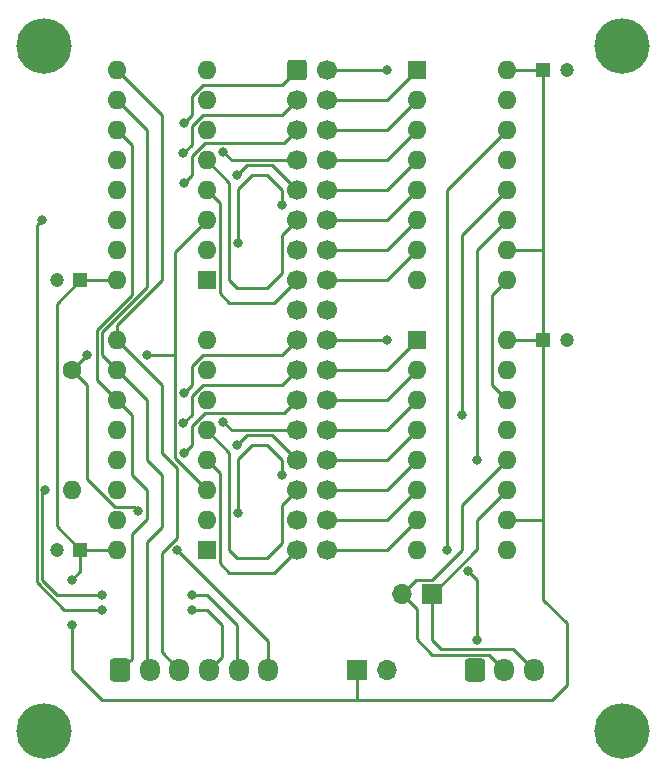
<source format=gbr>
%TF.GenerationSoftware,KiCad,Pcbnew,(7.0.0)*%
%TF.CreationDate,2023-03-24T15:25:03-07:00*%
%TF.ProjectId,tiaan_fsr_exp,74696161-6e5f-4667-9372-5f6578702e6b,rev?*%
%TF.SameCoordinates,Original*%
%TF.FileFunction,Copper,L1,Top*%
%TF.FilePolarity,Positive*%
%FSLAX46Y46*%
G04 Gerber Fmt 4.6, Leading zero omitted, Abs format (unit mm)*
G04 Created by KiCad (PCBNEW (7.0.0)) date 2023-03-24 15:25:03*
%MOMM*%
%LPD*%
G01*
G04 APERTURE LIST*
G04 Aperture macros list*
%AMRoundRect*
0 Rectangle with rounded corners*
0 $1 Rounding radius*
0 $2 $3 $4 $5 $6 $7 $8 $9 X,Y pos of 4 corners*
0 Add a 4 corners polygon primitive as box body*
4,1,4,$2,$3,$4,$5,$6,$7,$8,$9,$2,$3,0*
0 Add four circle primitives for the rounded corners*
1,1,$1+$1,$2,$3*
1,1,$1+$1,$4,$5*
1,1,$1+$1,$6,$7*
1,1,$1+$1,$8,$9*
0 Add four rect primitives between the rounded corners*
20,1,$1+$1,$2,$3,$4,$5,0*
20,1,$1+$1,$4,$5,$6,$7,0*
20,1,$1+$1,$6,$7,$8,$9,0*
20,1,$1+$1,$8,$9,$2,$3,0*%
G04 Aperture macros list end*
%TA.AperFunction,ComponentPad*%
%ADD10R,1.200000X1.200000*%
%TD*%
%TA.AperFunction,ComponentPad*%
%ADD11C,1.200000*%
%TD*%
%TA.AperFunction,ComponentPad*%
%ADD12R,1.700000X1.700000*%
%TD*%
%TA.AperFunction,ComponentPad*%
%ADD13O,1.700000X1.700000*%
%TD*%
%TA.AperFunction,ComponentPad*%
%ADD14C,1.600000*%
%TD*%
%TA.AperFunction,ComponentPad*%
%ADD15O,1.600000X1.600000*%
%TD*%
%TA.AperFunction,ComponentPad*%
%ADD16RoundRect,0.250000X-0.600000X-0.725000X0.600000X-0.725000X0.600000X0.725000X-0.600000X0.725000X0*%
%TD*%
%TA.AperFunction,ComponentPad*%
%ADD17O,1.700000X1.950000*%
%TD*%
%TA.AperFunction,ComponentPad*%
%ADD18C,4.700000*%
%TD*%
%TA.AperFunction,ComponentPad*%
%ADD19RoundRect,0.250000X-0.600000X-0.600000X0.600000X-0.600000X0.600000X0.600000X-0.600000X0.600000X0*%
%TD*%
%TA.AperFunction,ComponentPad*%
%ADD20C,1.700000*%
%TD*%
%TA.AperFunction,ComponentPad*%
%ADD21R,1.600000X1.600000*%
%TD*%
%TA.AperFunction,ViaPad*%
%ADD22C,0.800000*%
%TD*%
%TA.AperFunction,Conductor*%
%ADD23C,0.250000*%
%TD*%
G04 APERTURE END LIST*
D10*
%TO.P,C4,1*%
%TO.N,VCC*%
X136619999Y-76199999D03*
D11*
%TO.P,C4,2*%
%TO.N,GND*%
X134620000Y-76200000D03*
%TD*%
D10*
%TO.P,C2,1*%
%TO.N,VCC*%
X175799999Y-58419999D03*
D11*
%TO.P,C2,2*%
%TO.N,GND*%
X177800000Y-58420000D03*
%TD*%
D12*
%TO.P,J3,1,Pin_1*%
%TO.N,VCC*%
X160019999Y-86359999D03*
D13*
%TO.P,J3,2,Pin_2*%
%TO.N,GND*%
X162559999Y-86359999D03*
%TD*%
D14*
%TO.P,R1,1*%
%TO.N,Net-(J1-Pin_6)*%
X135890000Y-60960000D03*
D15*
%TO.P,R1,2*%
%TO.N,GND*%
X135889999Y-71119999D03*
%TD*%
D16*
%TO.P,J2,1,Pin_1*%
%TO.N,Net-(J2-Pin_1)*%
X170000000Y-86360000D03*
D17*
%TO.P,J2,2,Pin_2*%
%TO.N,Net-(J2-Pin_2)*%
X172499999Y-86359999D03*
%TO.P,J2,3,Pin_3*%
%TO.N,Net-(J2-Pin_3)*%
X174999999Y-86359999D03*
%TD*%
D18*
%TO.P,H1,1*%
%TO.N,N/C*%
X182500000Y-33500000D03*
%TD*%
%TO.P,H3,1*%
%TO.N,N/C*%
X133500000Y-91500000D03*
%TD*%
%TO.P,H4,1*%
%TO.N,N/C*%
X133500000Y-33500000D03*
%TD*%
D19*
%TO.P,J4,1,Pin_1*%
%TO.N,Net-(J4-Pin_1)*%
X154940000Y-35560000D03*
D20*
%TO.P,J4,2,Pin_2*%
%TO.N,Net-(J4-Pin_2)*%
X157480000Y-35560000D03*
%TO.P,J4,3,Pin_3*%
%TO.N,Net-(J4-Pin_3)*%
X154940000Y-38100000D03*
%TO.P,J4,4,Pin_4*%
%TO.N,Net-(J4-Pin_4)*%
X157480000Y-38100000D03*
%TO.P,J4,5,Pin_5*%
%TO.N,Net-(J4-Pin_5)*%
X154940000Y-40640000D03*
%TO.P,J4,6,Pin_6*%
%TO.N,Net-(J4-Pin_6)*%
X157480000Y-40640000D03*
%TO.P,J4,7,Pin_7*%
%TO.N,Net-(J4-Pin_7)*%
X154940000Y-43180000D03*
%TO.P,J4,8,Pin_8*%
%TO.N,Net-(J4-Pin_8)*%
X157480000Y-43180000D03*
%TO.P,J4,9,Pin_9*%
%TO.N,Net-(J4-Pin_9)*%
X154940000Y-45720000D03*
%TO.P,J4,10,Pin_10*%
%TO.N,Net-(J4-Pin_10)*%
X157480000Y-45720000D03*
%TO.P,J4,11,Pin_11*%
%TO.N,Net-(J4-Pin_11)*%
X154940000Y-48260000D03*
%TO.P,J4,12,Pin_12*%
%TO.N,Net-(J4-Pin_12)*%
X157480000Y-48260000D03*
%TO.P,J4,13,Pin_13*%
%TO.N,Net-(J4-Pin_13)*%
X154940000Y-50800000D03*
%TO.P,J4,14,Pin_14*%
%TO.N,Net-(J4-Pin_14)*%
X157480000Y-50800000D03*
%TO.P,J4,15,Pin_15*%
%TO.N,Net-(J4-Pin_15)*%
X154940000Y-53340000D03*
%TO.P,J4,16,Pin_16*%
%TO.N,Net-(J4-Pin_16)*%
X157480000Y-53340000D03*
%TO.P,J4,17,Pin_17*%
%TO.N,unconnected-(J4-Pin_17-Pad17)*%
X154940000Y-55880000D03*
%TO.P,J4,18,Pin_18*%
%TO.N,unconnected-(J4-Pin_18-Pad18)*%
X157480000Y-55880000D03*
%TO.P,J4,19,Pin_19*%
%TO.N,Net-(J4-Pin_19)*%
X154940000Y-58420000D03*
%TO.P,J4,20,Pin_20*%
%TO.N,Net-(J4-Pin_20)*%
X157480000Y-58420000D03*
%TO.P,J4,21,Pin_21*%
%TO.N,Net-(J4-Pin_21)*%
X154940000Y-60960000D03*
%TO.P,J4,22,Pin_22*%
%TO.N,Net-(J4-Pin_22)*%
X157480000Y-60960000D03*
%TO.P,J4,23,Pin_23*%
%TO.N,Net-(J4-Pin_23)*%
X154940000Y-63500000D03*
%TO.P,J4,24,Pin_24*%
%TO.N,Net-(J4-Pin_24)*%
X157480000Y-63500000D03*
%TO.P,J4,25,Pin_25*%
%TO.N,Net-(J4-Pin_25)*%
X154940000Y-66040000D03*
%TO.P,J4,26,Pin_26*%
%TO.N,Net-(J4-Pin_26)*%
X157480000Y-66040000D03*
%TO.P,J4,27,Pin_27*%
%TO.N,Net-(J4-Pin_27)*%
X154940000Y-68580000D03*
%TO.P,J4,28,Pin_28*%
%TO.N,Net-(J4-Pin_28)*%
X157480000Y-68580000D03*
%TO.P,J4,29,Pin_29*%
%TO.N,Net-(J4-Pin_29)*%
X154940000Y-71120000D03*
%TO.P,J4,30,Pin_30*%
%TO.N,Net-(J4-Pin_30)*%
X157480000Y-71120000D03*
%TO.P,J4,31,Pin_31*%
%TO.N,Net-(J4-Pin_31)*%
X154940000Y-73660000D03*
%TO.P,J4,32,Pin_32*%
%TO.N,Net-(J4-Pin_32)*%
X157480000Y-73660000D03*
%TO.P,J4,33,Pin_33*%
%TO.N,Net-(J4-Pin_33)*%
X154940000Y-76200000D03*
%TO.P,J4,34,Pin_34*%
%TO.N,Net-(J4-Pin_34)*%
X157480000Y-76200000D03*
%TD*%
D21*
%TO.P,MUX1,1,A4*%
%TO.N,Net-(J4-Pin_9)*%
X147319999Y-53339999D03*
D15*
%TO.P,MUX1,2,A6*%
%TO.N,Net-(J4-Pin_13)*%
X147319999Y-50799999D03*
%TO.P,MUX1,3,A*%
%TO.N,Net-(J1-Pin_6)*%
X147319999Y-48259999D03*
%TO.P,MUX1,4,A7*%
%TO.N,Net-(J4-Pin_15)*%
X147319999Y-45719999D03*
%TO.P,MUX1,5,A5*%
%TO.N,Net-(J4-Pin_11)*%
X147319999Y-43179999D03*
%TO.P,MUX1,6,~{E}*%
%TO.N,Net-(J1-Pin_4)*%
X147319999Y-40639999D03*
%TO.P,MUX1,7,VEE*%
%TO.N,GND*%
X147319999Y-38099999D03*
%TO.P,MUX1,8,GND*%
X147319999Y-35559999D03*
%TO.P,MUX1,9,S2*%
%TO.N,Net-(J1-Pin_3)*%
X139699999Y-35559999D03*
%TO.P,MUX1,10,S1*%
%TO.N,Net-(J1-Pin_2)*%
X139699999Y-38099999D03*
%TO.P,MUX1,11,S0*%
%TO.N,Net-(J1-Pin_1)*%
X139699999Y-40639999D03*
%TO.P,MUX1,12,A3*%
%TO.N,Net-(J4-Pin_7)*%
X139699999Y-43179999D03*
%TO.P,MUX1,13,A0*%
%TO.N,Net-(J4-Pin_1)*%
X139699999Y-45719999D03*
%TO.P,MUX1,14,A1*%
%TO.N,Net-(J4-Pin_3)*%
X139699999Y-48259999D03*
%TO.P,MUX1,15,A2*%
%TO.N,Net-(J4-Pin_5)*%
X139699999Y-50799999D03*
%TO.P,MUX1,16,VCC*%
%TO.N,VCC*%
X139699999Y-53339999D03*
%TD*%
D10*
%TO.P,C3,1*%
%TO.N,VCC*%
X136619999Y-53339999D03*
D11*
%TO.P,C3,2*%
%TO.N,GND*%
X134620000Y-53340000D03*
%TD*%
D21*
%TO.P,SR2,1,QB*%
%TO.N,Net-(J4-Pin_22)*%
X165099999Y-58419999D03*
D15*
%TO.P,SR2,2,QC*%
%TO.N,Net-(J4-Pin_24)*%
X165099999Y-60959999D03*
%TO.P,SR2,3,QD*%
%TO.N,Net-(J4-Pin_26)*%
X165099999Y-63499999D03*
%TO.P,SR2,4,QE*%
%TO.N,Net-(J4-Pin_28)*%
X165099999Y-66039999D03*
%TO.P,SR2,5,QF*%
%TO.N,Net-(J4-Pin_30)*%
X165099999Y-68579999D03*
%TO.P,SR2,6,QG*%
%TO.N,Net-(J4-Pin_32)*%
X165099999Y-71119999D03*
%TO.P,SR2,7,QH*%
%TO.N,Net-(J4-Pin_34)*%
X165099999Y-73659999D03*
%TO.P,SR2,8,GND*%
%TO.N,GND*%
X165099999Y-76199999D03*
%TO.P,SR2,9,QH'*%
%TO.N,unconnected-(SR2-QH'-Pad9)*%
X172719999Y-76199999D03*
%TO.P,SR2,10,~{SRCLR}*%
%TO.N,VCC*%
X172719999Y-73659999D03*
%TO.P,SR2,11,SRCLK*%
%TO.N,Net-(J2-Pin_3)*%
X172719999Y-71119999D03*
%TO.P,SR2,12,RCLK*%
%TO.N,Net-(J2-Pin_2)*%
X172719999Y-68579999D03*
%TO.P,SR2,13,~{OE}*%
%TO.N,GND*%
X172719999Y-66039999D03*
%TO.P,SR2,14,SER*%
%TO.N,Net-(SR1-QH')*%
X172719999Y-63499999D03*
%TO.P,SR2,15,QA*%
%TO.N,Net-(J4-Pin_20)*%
X172719999Y-60959999D03*
%TO.P,SR2,16,VCC*%
%TO.N,VCC*%
X172719999Y-58419999D03*
%TD*%
D21*
%TO.P,SR1,1,QB*%
%TO.N,Net-(J4-Pin_4)*%
X165099999Y-35559999D03*
D15*
%TO.P,SR1,2,QC*%
%TO.N,Net-(J4-Pin_6)*%
X165099999Y-38099999D03*
%TO.P,SR1,3,QD*%
%TO.N,Net-(J4-Pin_8)*%
X165099999Y-40639999D03*
%TO.P,SR1,4,QE*%
%TO.N,Net-(J4-Pin_10)*%
X165099999Y-43179999D03*
%TO.P,SR1,5,QF*%
%TO.N,Net-(J4-Pin_12)*%
X165099999Y-45719999D03*
%TO.P,SR1,6,QG*%
%TO.N,Net-(J4-Pin_14)*%
X165099999Y-48259999D03*
%TO.P,SR1,7,QH*%
%TO.N,Net-(J4-Pin_16)*%
X165099999Y-50799999D03*
%TO.P,SR1,8,GND*%
%TO.N,GND*%
X165099999Y-53339999D03*
%TO.P,SR1,9,QH'*%
%TO.N,Net-(SR1-QH')*%
X172719999Y-53339999D03*
%TO.P,SR1,10,~{SRCLR}*%
%TO.N,VCC*%
X172719999Y-50799999D03*
%TO.P,SR1,11,SRCLK*%
%TO.N,Net-(J2-Pin_3)*%
X172719999Y-48259999D03*
%TO.P,SR1,12,RCLK*%
%TO.N,Net-(J2-Pin_2)*%
X172719999Y-45719999D03*
%TO.P,SR1,13,~{OE}*%
%TO.N,GND*%
X172719999Y-43179999D03*
%TO.P,SR1,14,SER*%
%TO.N,Net-(J2-Pin_1)*%
X172719999Y-40639999D03*
%TO.P,SR1,15,QA*%
%TO.N,Net-(J4-Pin_2)*%
X172719999Y-38099999D03*
%TO.P,SR1,16,VCC*%
%TO.N,VCC*%
X172719999Y-35559999D03*
%TD*%
D21*
%TO.P,MUX2,1,A4*%
%TO.N,Net-(J4-Pin_27)*%
X147319999Y-76199999D03*
D15*
%TO.P,MUX2,2,A6*%
%TO.N,Net-(J4-Pin_31)*%
X147319999Y-73659999D03*
%TO.P,MUX2,3,A*%
%TO.N,Net-(J1-Pin_6)*%
X147319999Y-71119999D03*
%TO.P,MUX2,4,A7*%
%TO.N,Net-(J4-Pin_33)*%
X147319999Y-68579999D03*
%TO.P,MUX2,5,A5*%
%TO.N,Net-(J4-Pin_29)*%
X147319999Y-66039999D03*
%TO.P,MUX2,6,~{E}*%
%TO.N,Net-(J1-Pin_5)*%
X147319999Y-63499999D03*
%TO.P,MUX2,7,VEE*%
%TO.N,GND*%
X147319999Y-60959999D03*
%TO.P,MUX2,8,GND*%
X147319999Y-58419999D03*
%TO.P,MUX2,9,S2*%
%TO.N,Net-(J1-Pin_3)*%
X139699999Y-58419999D03*
%TO.P,MUX2,10,S1*%
%TO.N,Net-(J1-Pin_2)*%
X139699999Y-60959999D03*
%TO.P,MUX2,11,S0*%
%TO.N,Net-(J1-Pin_1)*%
X139699999Y-63499999D03*
%TO.P,MUX2,12,A3*%
%TO.N,Net-(J4-Pin_25)*%
X139699999Y-66039999D03*
%TO.P,MUX2,13,A0*%
%TO.N,Net-(J4-Pin_19)*%
X139699999Y-68579999D03*
%TO.P,MUX2,14,A1*%
%TO.N,Net-(J4-Pin_21)*%
X139699999Y-71119999D03*
%TO.P,MUX2,15,A2*%
%TO.N,Net-(J4-Pin_23)*%
X139699999Y-73659999D03*
%TO.P,MUX2,16,VCC*%
%TO.N,VCC*%
X139699999Y-76199999D03*
%TD*%
D10*
%TO.P,C1,1*%
%TO.N,VCC*%
X175799999Y-35559999D03*
D11*
%TO.P,C1,2*%
%TO.N,GND*%
X177800000Y-35560000D03*
%TD*%
D12*
%TO.P,J5,1,Pin_1*%
%TO.N,Net-(J2-Pin_3)*%
X166369999Y-79889999D03*
D13*
%TO.P,J5,2,Pin_2*%
%TO.N,Net-(J2-Pin_2)*%
X163829999Y-79889999D03*
%TD*%
D16*
%TO.P,J1,1,Pin_1*%
%TO.N,Net-(J1-Pin_1)*%
X140000000Y-86360000D03*
D17*
%TO.P,J1,2,Pin_2*%
%TO.N,Net-(J1-Pin_2)*%
X142499999Y-86359999D03*
%TO.P,J1,3,Pin_3*%
%TO.N,Net-(J1-Pin_3)*%
X144999999Y-86359999D03*
%TO.P,J1,4,Pin_4*%
%TO.N,Net-(J1-Pin_4)*%
X147499999Y-86359999D03*
%TO.P,J1,5,Pin_5*%
%TO.N,Net-(J1-Pin_5)*%
X149999999Y-86359999D03*
%TO.P,J1,6,Pin_6*%
%TO.N,Net-(J1-Pin_6)*%
X152499999Y-86359999D03*
%TD*%
D18*
%TO.P,H2,1*%
%TO.N,N/C*%
X182500000Y-91500000D03*
%TD*%
D22*
%TO.N,VCC*%
X135890000Y-78740000D03*
X135890000Y-82550000D03*
%TO.N,Net-(J2-Pin_1)*%
X169392299Y-77952299D03*
X170180000Y-83820000D03*
X167640000Y-76200000D03*
%TO.N,Net-(J2-Pin_2)*%
X168910000Y-64770000D03*
%TO.N,Net-(J2-Pin_3)*%
X170180000Y-68580000D03*
%TO.N,Net-(J1-Pin_4)*%
X138430000Y-81280000D03*
X146050000Y-81280000D03*
X133350000Y-48260000D03*
%TO.N,Net-(J1-Pin_5)*%
X146050000Y-80010000D03*
X138430000Y-80010000D03*
X133624999Y-71120000D03*
%TO.N,Net-(J1-Pin_6)*%
X144780000Y-76200000D03*
X137160000Y-59690000D03*
X141482300Y-72902300D03*
X142240000Y-59690000D03*
%TO.N,Net-(J4-Pin_31)*%
X149949500Y-73025000D03*
X153670000Y-69850000D03*
%TO.N,Net-(J4-Pin_27)*%
X149860000Y-67310000D03*
%TO.N,Net-(J4-Pin_25)*%
X148719503Y-65349500D03*
%TO.N,Net-(J4-Pin_23)*%
X145350248Y-68009751D03*
%TO.N,Net-(J4-Pin_21)*%
X145316991Y-65447661D03*
%TO.N,Net-(J4-Pin_20)*%
X162560000Y-58420000D03*
%TO.N,Net-(J4-Pin_19)*%
X145349148Y-62930852D03*
%TO.N,Net-(J4-Pin_13)*%
X153670000Y-46990000D03*
X149949500Y-50165000D03*
%TO.N,Net-(J4-Pin_9)*%
X149860000Y-44450000D03*
%TO.N,Net-(J4-Pin_7)*%
X148719503Y-42489500D03*
%TO.N,Net-(J4-Pin_5)*%
X145350248Y-45149751D03*
%TO.N,Net-(J4-Pin_3)*%
X145316991Y-42587661D03*
%TO.N,Net-(J4-Pin_2)*%
X162560000Y-35560000D03*
%TO.N,Net-(J4-Pin_1)*%
X145349148Y-40070852D03*
%TD*%
D23*
%TO.N,VCC*%
X160020000Y-86360000D02*
X160020000Y-88900000D01*
X172720000Y-73660000D02*
X175800000Y-73660000D01*
X175800000Y-35560000D02*
X172720000Y-35560000D01*
X135890000Y-82550000D02*
X135890000Y-86360000D01*
X172720000Y-50800000D02*
X175800000Y-50800000D01*
X175800000Y-58420000D02*
X172720000Y-58420000D01*
X136620000Y-53340000D02*
X139700000Y-53340000D01*
X175800000Y-58420000D02*
X175800000Y-73660000D01*
X158750000Y-88900000D02*
X160020000Y-88900000D01*
X177800000Y-82415000D02*
X175800000Y-80415000D01*
X175800000Y-80415000D02*
X175800000Y-73660000D01*
X136620000Y-78010000D02*
X136620000Y-76200000D01*
X177800000Y-87630000D02*
X177800000Y-82415000D01*
X175800000Y-50800000D02*
X175800000Y-58420000D01*
X136620000Y-53340000D02*
X134620000Y-55340000D01*
X160020000Y-88900000D02*
X176530000Y-88900000D01*
X135890000Y-86360000D02*
X138430000Y-88900000D01*
X134620000Y-55340000D02*
X134620000Y-74200000D01*
X175800000Y-35560000D02*
X175800000Y-50800000D01*
X176530000Y-88900000D02*
X177800000Y-87630000D01*
X134620000Y-74200000D02*
X136620000Y-76200000D01*
X135890000Y-78740000D02*
X136620000Y-78010000D01*
X136620000Y-76200000D02*
X139700000Y-76200000D01*
X138430000Y-88900000D02*
X158750000Y-88900000D01*
%TO.N,Net-(J2-Pin_1)*%
X167640000Y-71120000D02*
X167640000Y-76200000D01*
X169392299Y-77952299D02*
X170180000Y-78740000D01*
X167640000Y-45720000D02*
X172720000Y-40640000D01*
X170180000Y-78740000D02*
X170180000Y-83820000D01*
X167640000Y-71120000D02*
X167640000Y-45720000D01*
%TO.N,Net-(J2-Pin_2)*%
X168910000Y-76200000D02*
X166395000Y-78715000D01*
X168910000Y-72390000D02*
X168910000Y-76200000D01*
X165100000Y-83760000D02*
X166400000Y-85060000D01*
X163830000Y-79890000D02*
X165100000Y-81160000D01*
X168910000Y-64770000D02*
X168910000Y-49530000D01*
X166395000Y-78715000D02*
X165005000Y-78715000D01*
X165100000Y-81160000D02*
X165100000Y-83760000D01*
X171200000Y-85060000D02*
X172500000Y-86360000D01*
X166400000Y-85060000D02*
X171200000Y-85060000D01*
X168910000Y-49530000D02*
X172720000Y-45720000D01*
X165005000Y-78715000D02*
X163830000Y-79890000D01*
X172720000Y-68580000D02*
X168910000Y-72390000D01*
%TO.N,Net-(J2-Pin_3)*%
X170180000Y-68580000D02*
X170180000Y-50800000D01*
X170180000Y-50800000D02*
X172720000Y-48260000D01*
X173249999Y-84610000D02*
X174930977Y-86290978D01*
X170180000Y-76140000D02*
X170180000Y-73660000D01*
X166370000Y-79890000D02*
X166370000Y-83820000D01*
X166370000Y-79890000D02*
X166430000Y-79890000D01*
X170180000Y-73660000D02*
X172720000Y-71120000D01*
X167160000Y-84610000D02*
X173249999Y-84610000D01*
X166430000Y-79890000D02*
X170180000Y-76140000D01*
X166370000Y-83820000D02*
X167160000Y-84610000D01*
%TO.N,Net-(SR1-QH')*%
X172720000Y-63500000D02*
X171450000Y-62230000D01*
X171450000Y-62230000D02*
X171450000Y-54610000D01*
X171450000Y-54610000D02*
X172720000Y-53340000D01*
%TO.N,Net-(J1-Pin_1)*%
X140970000Y-74807652D02*
X142240000Y-73537652D01*
X142240000Y-73537652D02*
X142240000Y-71120000D01*
X140970000Y-64770000D02*
X139700000Y-63500000D01*
X140970000Y-85390000D02*
X140970000Y-74807652D01*
X137980000Y-61780000D02*
X137980000Y-57597208D01*
X142240000Y-71120000D02*
X140970000Y-69850000D01*
X140970000Y-54607208D02*
X140970000Y-41910000D01*
X139700000Y-63500000D02*
X137980000Y-61780000D01*
X137980000Y-57597208D02*
X140970000Y-54607208D01*
X140970000Y-41910000D02*
X139700000Y-40640000D01*
X140000000Y-86360000D02*
X140970000Y-85390000D01*
X140970000Y-69850000D02*
X140970000Y-64770000D01*
%TO.N,Net-(J1-Pin_2)*%
X142240000Y-40640000D02*
X139700000Y-38100000D01*
X138430000Y-59690000D02*
X138430000Y-57783604D01*
X142240000Y-75563604D02*
X143510000Y-74293604D01*
X139700000Y-60960000D02*
X138430000Y-59690000D01*
X142500000Y-86360000D02*
X142240000Y-86100000D01*
X142240000Y-63500000D02*
X139700000Y-60960000D01*
X142240000Y-68580000D02*
X142240000Y-63500000D01*
X138430000Y-57783604D02*
X142240000Y-53973604D01*
X143510000Y-69850000D02*
X142240000Y-68580000D01*
X143510000Y-74293604D02*
X143510000Y-69850000D01*
X142240000Y-53973604D02*
X142240000Y-40640000D01*
X142240000Y-86100000D02*
X142240000Y-75563604D01*
%TO.N,Net-(J1-Pin_3)*%
X139700000Y-58420000D02*
X143510000Y-62230000D01*
X143510000Y-76444695D02*
X143510000Y-84870000D01*
X144780000Y-75174695D02*
X143510000Y-76444695D01*
X143510000Y-39370000D02*
X139700000Y-35560000D01*
X143510000Y-84870000D02*
X145000000Y-86360000D01*
X139700000Y-57150000D02*
X143510000Y-53340000D01*
X143510000Y-62230000D02*
X143510000Y-67946396D01*
X139700000Y-58420000D02*
X139700000Y-57150000D01*
X143510000Y-53340000D02*
X143510000Y-39370000D01*
X143510000Y-67946396D02*
X144780000Y-69216396D01*
X144780000Y-69216396D02*
X144780000Y-75174695D01*
%TO.N,Net-(J1-Pin_4)*%
X146050000Y-81280000D02*
X147320000Y-81280000D01*
X135254310Y-81280000D02*
X138430000Y-81280000D01*
X147320000Y-81280000D02*
X148590000Y-82550000D01*
X132900499Y-48709501D02*
X132900499Y-78926189D01*
X148590000Y-82550000D02*
X148590000Y-85270000D01*
X148590000Y-85270000D02*
X147500000Y-86360000D01*
X133350000Y-48260000D02*
X132900499Y-48709501D01*
X132900499Y-78926189D02*
X135254310Y-81280000D01*
%TO.N,Net-(J1-Pin_5)*%
X134620706Y-80010000D02*
X138430000Y-80010000D01*
X133350000Y-71394999D02*
X133350000Y-78739294D01*
X133624999Y-71120000D02*
X133350000Y-71394999D01*
X146050000Y-80010000D02*
X147320000Y-80010000D01*
X149860000Y-82550000D02*
X149860000Y-86220000D01*
X149860000Y-86220000D02*
X150000000Y-86360000D01*
X133350000Y-78739294D02*
X134620706Y-80010000D01*
X147320000Y-80010000D02*
X149860000Y-82550000D01*
%TO.N,Net-(J1-Pin_6)*%
X141482300Y-72902300D02*
X141115000Y-72535000D01*
X152500000Y-83920000D02*
X152500000Y-86360000D01*
X137160000Y-59690000D02*
X135890000Y-60960000D01*
X139524009Y-72535000D02*
X137160000Y-70170991D01*
X144591991Y-59690000D02*
X142240000Y-59690000D01*
X144780000Y-76200000D02*
X152500000Y-83920000D01*
X144591991Y-50988009D02*
X144591991Y-59690000D01*
X144591991Y-68391991D02*
X147320000Y-71120000D01*
X147320000Y-48260000D02*
X144591991Y-50988009D01*
X141115000Y-72535000D02*
X139524009Y-72535000D01*
X137160000Y-70170991D02*
X137160000Y-62230000D01*
X144591991Y-59690000D02*
X144591991Y-68391991D01*
X137160000Y-62230000D02*
X135890000Y-60960000D01*
%TO.N,Net-(J4-Pin_34)*%
X162560000Y-76200000D02*
X165100000Y-73660000D01*
X157480000Y-76200000D02*
X162560000Y-76200000D01*
%TO.N,Net-(J4-Pin_33)*%
X149225000Y-78105000D02*
X153035000Y-78105000D01*
X148445000Y-69705000D02*
X148445000Y-77325000D01*
X147320000Y-68580000D02*
X148445000Y-69705000D01*
X153035000Y-78105000D02*
X154940000Y-76200000D01*
X148445000Y-77325000D02*
X149225000Y-78105000D01*
%TO.N,Net-(J4-Pin_32)*%
X157480000Y-73660000D02*
X162560000Y-73660000D01*
X162560000Y-73660000D02*
X165100000Y-71120000D01*
%TO.N,Net-(J4-Pin_31)*%
X149949500Y-73025000D02*
X149949500Y-68490500D01*
X153670000Y-68580000D02*
X153670000Y-69850000D01*
X151130000Y-67310000D02*
X152400000Y-67310000D01*
X149949500Y-68490500D02*
X151130000Y-67310000D01*
X152400000Y-67310000D02*
X153670000Y-68580000D01*
%TO.N,Net-(J4-Pin_30)*%
X157480000Y-71120000D02*
X162560000Y-71120000D01*
X162560000Y-71120000D02*
X165100000Y-68580000D01*
%TO.N,Net-(J4-Pin_29)*%
X149225000Y-67945000D02*
X149225000Y-76200000D01*
X153670000Y-75565000D02*
X153670000Y-72390000D01*
X149860000Y-76835000D02*
X152400000Y-76835000D01*
X149225000Y-76200000D02*
X149860000Y-76835000D01*
X153670000Y-72390000D02*
X154940000Y-71120000D01*
X152400000Y-76835000D02*
X153670000Y-75565000D01*
X147320000Y-66040000D02*
X149225000Y-67945000D01*
%TO.N,Net-(J4-Pin_28)*%
X162560000Y-68580000D02*
X165100000Y-66040000D01*
X157480000Y-68580000D02*
X162560000Y-68580000D01*
%TO.N,Net-(J4-Pin_27)*%
X150680000Y-66490000D02*
X152850000Y-66490000D01*
X152850000Y-66490000D02*
X154940000Y-68580000D01*
X149860000Y-67310000D02*
X150680000Y-66490000D01*
%TO.N,Net-(J4-Pin_26)*%
X162560000Y-66040000D02*
X165100000Y-63500000D01*
X157480000Y-66040000D02*
X162560000Y-66040000D01*
%TO.N,Net-(J4-Pin_25)*%
X148719503Y-65349500D02*
X149410003Y-66040000D01*
X149410003Y-66040000D02*
X154940000Y-66040000D01*
%TO.N,Net-(J4-Pin_24)*%
X157480000Y-63500000D02*
X162560000Y-63500000D01*
X162560000Y-63500000D02*
X165100000Y-60960000D01*
%TO.N,Net-(J4-Pin_23)*%
X153815000Y-64625000D02*
X154940000Y-63500000D01*
X147144009Y-64625000D02*
X153815000Y-64625000D01*
X145350248Y-68009751D02*
X146041991Y-67318008D01*
X146041991Y-67318008D02*
X146041991Y-65727018D01*
X146041991Y-65727018D02*
X147144009Y-64625000D01*
%TO.N,Net-(J4-Pin_22)*%
X157480000Y-60960000D02*
X162560000Y-60960000D01*
X162560000Y-60960000D02*
X165100000Y-58420000D01*
%TO.N,Net-(J4-Pin_21)*%
X146027214Y-63201795D02*
X146999009Y-62230000D01*
X153670000Y-62230000D02*
X154940000Y-60960000D01*
X146999009Y-62230000D02*
X153670000Y-62230000D01*
X145316991Y-65447661D02*
X146027214Y-64737438D01*
X146027214Y-64737438D02*
X146027214Y-63201795D01*
%TO.N,Net-(J4-Pin_20)*%
X162560000Y-58420000D02*
X157480000Y-58420000D01*
%TO.N,Net-(J4-Pin_19)*%
X146999009Y-59690000D02*
X153670000Y-59690000D01*
X145349148Y-62930852D02*
X146050000Y-62230000D01*
X146050000Y-62230000D02*
X146050000Y-60639009D01*
X153670000Y-59690000D02*
X154940000Y-58420000D01*
X146050000Y-60639009D02*
X146999009Y-59690000D01*
%TO.N,Net-(J4-Pin_16)*%
X157480000Y-53340000D02*
X162560000Y-53340000D01*
X162560000Y-53340000D02*
X165100000Y-50800000D01*
%TO.N,Net-(J4-Pin_15)*%
X153035000Y-55245000D02*
X154940000Y-53340000D01*
X147320000Y-45720000D02*
X148445000Y-46845000D01*
X149225000Y-55245000D02*
X153035000Y-55245000D01*
X148445000Y-54465000D02*
X149225000Y-55245000D01*
X148445000Y-46845000D02*
X148445000Y-54465000D01*
%TO.N,Net-(J4-Pin_14)*%
X157480000Y-50800000D02*
X162560000Y-50800000D01*
X162560000Y-50800000D02*
X165100000Y-48260000D01*
%TO.N,Net-(J4-Pin_13)*%
X151130000Y-44450000D02*
X152400000Y-44450000D01*
X149949500Y-50165000D02*
X149949500Y-45630500D01*
X152400000Y-44450000D02*
X153670000Y-45720000D01*
X149949500Y-45630500D02*
X151130000Y-44450000D01*
X153670000Y-45720000D02*
X153670000Y-46990000D01*
%TO.N,Net-(J4-Pin_12)*%
X162560000Y-48260000D02*
X165100000Y-45720000D01*
X157480000Y-48260000D02*
X162560000Y-48260000D01*
%TO.N,Net-(J4-Pin_11)*%
X152400000Y-53975000D02*
X153670000Y-52705000D01*
X149225000Y-53340000D02*
X149860000Y-53975000D01*
X153670000Y-49530000D02*
X154940000Y-48260000D01*
X149860000Y-53975000D02*
X152400000Y-53975000D01*
X147320000Y-43180000D02*
X149225000Y-45085000D01*
X149225000Y-45085000D02*
X149225000Y-53340000D01*
X153670000Y-52705000D02*
X153670000Y-49530000D01*
%TO.N,Net-(J4-Pin_10)*%
X162560000Y-45720000D02*
X165100000Y-43180000D01*
X157480000Y-45720000D02*
X162560000Y-45720000D01*
%TO.N,Net-(J4-Pin_9)*%
X152850000Y-43630000D02*
X154940000Y-45720000D01*
X150680000Y-43630000D02*
X152850000Y-43630000D01*
X149860000Y-44450000D02*
X150680000Y-43630000D01*
%TO.N,Net-(J4-Pin_8)*%
X162560000Y-43180000D02*
X165100000Y-40640000D01*
X157480000Y-43180000D02*
X162560000Y-43180000D01*
%TO.N,Net-(J4-Pin_7)*%
X148719503Y-42489500D02*
X149410003Y-43180000D01*
X149410003Y-43180000D02*
X154940000Y-43180000D01*
%TO.N,Net-(J4-Pin_6)*%
X162560000Y-40640000D02*
X165100000Y-38100000D01*
X157480000Y-40640000D02*
X162560000Y-40640000D01*
%TO.N,Net-(J4-Pin_5)*%
X146041991Y-42867018D02*
X147144009Y-41765000D01*
X146041991Y-44458008D02*
X146041991Y-42867018D01*
X153815000Y-41765000D02*
X154940000Y-40640000D01*
X147144009Y-41765000D02*
X153815000Y-41765000D01*
X145350248Y-45149751D02*
X146041991Y-44458008D01*
%TO.N,Net-(J4-Pin_4)*%
X162560000Y-38100000D02*
X165100000Y-35560000D01*
X157480000Y-38100000D02*
X162560000Y-38100000D01*
%TO.N,Net-(J4-Pin_3)*%
X146999009Y-39370000D02*
X153670000Y-39370000D01*
X153670000Y-39370000D02*
X154940000Y-38100000D01*
X145316991Y-42587661D02*
X146027214Y-41877438D01*
X146027214Y-41877438D02*
X146027214Y-40341795D01*
X146027214Y-40341795D02*
X146999009Y-39370000D01*
%TO.N,Net-(J4-Pin_2)*%
X162560000Y-35560000D02*
X157480000Y-35560000D01*
%TO.N,Net-(J4-Pin_1)*%
X146050000Y-39370000D02*
X146050000Y-37779009D01*
X146050000Y-37779009D02*
X146999009Y-36830000D01*
X153670000Y-36830000D02*
X154940000Y-35560000D01*
X146999009Y-36830000D02*
X153670000Y-36830000D01*
X145349148Y-40070852D02*
X146050000Y-39370000D01*
%TD*%
M02*

</source>
